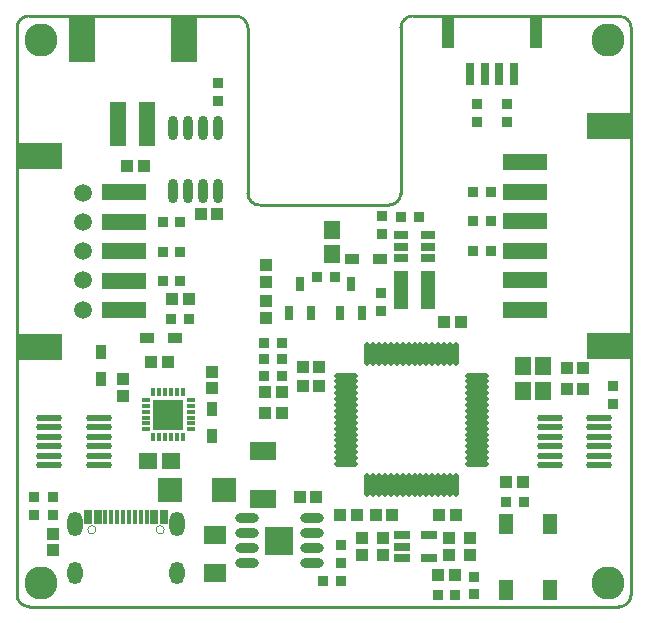
<source format=gbs>
G04*
G04 #@! TF.GenerationSoftware,Altium Limited,Altium Designer,22.0.2 (36)*
G04*
G04 Layer_Color=16711935*
%FSLAX24Y24*%
%MOIN*%
G70*
G04*
G04 #@! TF.SameCoordinates,D7CE2511-F244-4390-A2D0-A891EFF9428C*
G04*
G04*
G04 #@! TF.FilePolarity,Negative*
G04*
G01*
G75*
%ADD10C,0.0100*%
%ADD15C,0.0002*%
%ADD23R,0.0434X0.0395*%
%ADD24O,0.0328X0.0814*%
%ADD25R,0.0358X0.0380*%
%ADD27R,0.0380X0.0358*%
%ADD31R,0.0720X0.0625*%
%ADD33O,0.0512X0.0748*%
%ADD34O,0.0512X0.0827*%
%ADD35C,0.0592*%
%ADD36C,0.1104*%
%ADD87O,0.0789X0.0198*%
%ADD88O,0.0198X0.0789*%
%ADD89R,0.0276X0.0472*%
%ADD90R,0.0157X0.0472*%
%ADD91R,0.0395X0.0434*%
%ADD92R,0.1458X0.0552*%
%ADD93R,0.1458X0.0867*%
%ADD94R,0.0867X0.1458*%
%ADD95R,0.0552X0.1458*%
%ADD96R,0.0915X0.0631*%
%ADD97O,0.0789X0.0316*%
%ADD98R,0.0982X0.0982*%
%ADD99R,0.0552X0.0592*%
%ADD100R,0.0595X0.0572*%
%ADD101R,0.1043X0.1043*%
%ADD102R,0.0301X0.0150*%
%ADD103R,0.0150X0.0301*%
%ADD104R,0.0375X0.0474*%
%ADD105R,0.0276X0.0461*%
%ADD106R,0.0474X0.1261*%
%ADD107R,0.0474X0.0375*%
%ADD108R,0.0572X0.0595*%
%ADD109R,0.0470X0.0289*%
%ADD110R,0.0536X0.0273*%
%ADD111R,0.0543X0.0273*%
%ADD112R,0.0827X0.0827*%
%ADD113O,0.0867X0.0218*%
%ADD114R,0.0474X0.0710*%
%ADD115R,0.0315X0.0748*%
%ADD116R,0.0433X0.1102*%
D10*
X387Y19685D02*
G03*
X-6Y19291I0J-394D01*
G01*
Y394D02*
G03*
X387Y0I394J0D01*
G01*
X20072D02*
G03*
X20466Y394I0J394D01*
G01*
Y19291D02*
G03*
X20072Y19685I-394J0D01*
G01*
X7687Y13780D02*
G03*
X8081Y13386I394J0D01*
G01*
X12395D02*
G03*
X12789Y13780I0J394D01*
G01*
X13183Y19685D02*
G03*
X12789Y19291I0J-394D01*
G01*
X7687D02*
G03*
X7294Y19685I-394J0D01*
G01*
X-6Y394D02*
Y19291D01*
X20466Y394D02*
Y19291D01*
X387Y19685D02*
X7294Y19685D01*
X387Y0D02*
X20072D01*
X13183Y19685D02*
X20072D01*
X8082Y13386D02*
X12395D01*
X12789Y13770D02*
Y19306D01*
X7687Y13782D02*
Y19291D01*
D15*
X2629Y2564D02*
G03*
X2629Y2564I-138J0D01*
G01*
X4904D02*
G03*
X4904Y2564I-138J0D01*
G01*
D23*
X14387Y2276D02*
D03*
Y1724D02*
D03*
X1200Y2426D02*
D03*
Y1874D02*
D03*
X3537Y7576D02*
D03*
Y7024D02*
D03*
X8287Y9624D02*
D03*
Y10176D02*
D03*
Y11376D02*
D03*
Y10824D02*
D03*
X15087Y2276D02*
D03*
Y1724D02*
D03*
X12187D02*
D03*
Y2276D02*
D03*
X11487Y1724D02*
D03*
Y2276D02*
D03*
X6487Y7274D02*
D03*
Y7826D02*
D03*
D24*
X5200Y15956D02*
D03*
X5700D02*
D03*
X6200D02*
D03*
X6700D02*
D03*
X5200Y13844D02*
D03*
X5700D02*
D03*
X6200D02*
D03*
X6700D02*
D03*
D25*
X15203Y12842D02*
D03*
X15797D02*
D03*
X15203Y13826D02*
D03*
X15797D02*
D03*
X15203Y11858D02*
D03*
X15797D02*
D03*
X8241Y7700D02*
D03*
X8834D02*
D03*
Y8250D02*
D03*
X8241D02*
D03*
X8834Y8800D02*
D03*
X8241D02*
D03*
X13397Y13000D02*
D03*
X12803D02*
D03*
X16897Y3500D02*
D03*
X16303D02*
D03*
X14606Y403D02*
D03*
X14013D02*
D03*
X10191Y850D02*
D03*
X10784D02*
D03*
X4847Y12822D02*
D03*
X5440D02*
D03*
X4847Y11837D02*
D03*
X5440D02*
D03*
X4847Y10850D02*
D03*
X5440D02*
D03*
X5141Y9600D02*
D03*
X5734D02*
D03*
X10584Y11000D02*
D03*
X9991D02*
D03*
D27*
X550Y3053D02*
D03*
Y3647D02*
D03*
X12131Y10447D02*
D03*
Y9853D02*
D03*
X12150Y13011D02*
D03*
Y12418D02*
D03*
X15328Y16747D02*
D03*
Y16153D02*
D03*
X16322Y16747D02*
D03*
Y16153D02*
D03*
X19850Y7347D02*
D03*
Y6753D02*
D03*
X15237Y1000D02*
D03*
Y407D02*
D03*
X10787Y1453D02*
D03*
Y2047D02*
D03*
X6700Y17447D02*
D03*
Y16853D02*
D03*
X1200Y3647D02*
D03*
Y3053D02*
D03*
D31*
X6587Y2377D02*
D03*
Y1123D02*
D03*
D33*
X1926Y1115D02*
D03*
X5331D02*
D03*
D34*
X1926Y2769D02*
D03*
X5331D02*
D03*
D35*
X2200Y10875D02*
D03*
Y11850D02*
D03*
Y12825D02*
D03*
Y13800D02*
D03*
Y9900D02*
D03*
D36*
X19685Y787D02*
D03*
X787D02*
D03*
X19685Y18898D02*
D03*
X787D02*
D03*
D87*
X15332Y7705D02*
D03*
X15332Y7508D02*
D03*
Y7311D02*
D03*
Y7114D02*
D03*
Y6917D02*
D03*
Y6720D02*
D03*
Y6524D02*
D03*
Y6327D02*
D03*
Y6130D02*
D03*
Y5933D02*
D03*
Y5736D02*
D03*
X15332Y5539D02*
D03*
Y5343D02*
D03*
X15332Y5146D02*
D03*
Y4949D02*
D03*
Y4752D02*
D03*
X10962D02*
D03*
Y4949D02*
D03*
Y5146D02*
D03*
Y5343D02*
D03*
Y5539D02*
D03*
X10962Y5736D02*
D03*
Y5933D02*
D03*
Y6130D02*
D03*
X10962Y6327D02*
D03*
Y6524D02*
D03*
Y6720D02*
D03*
Y6917D02*
D03*
Y7114D02*
D03*
X10962Y7311D02*
D03*
Y7508D02*
D03*
X10962Y7705D02*
D03*
D88*
X14624Y4043D02*
D03*
X14427D02*
D03*
X14230D02*
D03*
X14033Y4043D02*
D03*
X13836D02*
D03*
X13639Y4043D02*
D03*
X13443D02*
D03*
X13246D02*
D03*
X13049D02*
D03*
X12852D02*
D03*
X12655D02*
D03*
X12458D02*
D03*
X12261D02*
D03*
X12065D02*
D03*
X11868D02*
D03*
X11671D02*
D03*
X11671Y8413D02*
D03*
X11868Y8413D02*
D03*
X12065D02*
D03*
X12261Y8413D02*
D03*
X12458D02*
D03*
X12655D02*
D03*
X12852D02*
D03*
X13049D02*
D03*
X13246Y8413D02*
D03*
X13443D02*
D03*
X13639Y8413D02*
D03*
X13836D02*
D03*
X14033D02*
D03*
X14230D02*
D03*
X14427D02*
D03*
X14624D02*
D03*
D89*
X2369Y2985D02*
D03*
X2684D02*
D03*
X4574D02*
D03*
X4889D02*
D03*
D90*
X2940D02*
D03*
X3137D02*
D03*
X3333D02*
D03*
X3530D02*
D03*
X3727D02*
D03*
X3924D02*
D03*
X4121D02*
D03*
X4318D02*
D03*
D91*
X4474Y8150D02*
D03*
X5026D02*
D03*
X4226Y14700D02*
D03*
X3674D02*
D03*
X9412Y3650D02*
D03*
X9963D02*
D03*
X18324Y7950D02*
D03*
X18876D02*
D03*
X6676Y13100D02*
D03*
X6124D02*
D03*
X9512Y8000D02*
D03*
X10063D02*
D03*
X9512Y7350D02*
D03*
X10063D02*
D03*
X8262Y6450D02*
D03*
X8813D02*
D03*
X8262Y7150D02*
D03*
X8813D02*
D03*
X14242Y9479D02*
D03*
X14793D02*
D03*
X18876Y7250D02*
D03*
X18324D02*
D03*
X16854Y4150D02*
D03*
X16302D02*
D03*
X14613Y3050D02*
D03*
X14062D02*
D03*
X14037Y1053D02*
D03*
X14588D02*
D03*
X10762Y3048D02*
D03*
X11313D02*
D03*
X12507Y3050D02*
D03*
X11956D02*
D03*
X5713Y10250D02*
D03*
X5162D02*
D03*
D92*
X16920Y9889D02*
D03*
Y10874D02*
D03*
Y11858D02*
D03*
Y12842D02*
D03*
Y13826D02*
D03*
Y14811D02*
D03*
X3555Y13819D02*
D03*
Y12834D02*
D03*
Y11850D02*
D03*
Y10866D02*
D03*
Y9882D02*
D03*
D93*
X19728Y8678D02*
D03*
Y16022D02*
D03*
X747Y15030D02*
D03*
Y8670D02*
D03*
D94*
X5554Y18896D02*
D03*
X2146D02*
D03*
D95*
X4342Y16089D02*
D03*
X3358D02*
D03*
D96*
X8200Y3602D02*
D03*
Y5198D02*
D03*
D97*
X9829Y2950D02*
D03*
Y2450D02*
D03*
Y1950D02*
D03*
Y1450D02*
D03*
X7646Y2950D02*
D03*
Y2450D02*
D03*
Y1950D02*
D03*
Y1450D02*
D03*
D98*
X8737Y2200D02*
D03*
D99*
X16865Y8013D02*
D03*
Y7187D02*
D03*
X17535D02*
D03*
Y8013D02*
D03*
D100*
X5144Y4850D02*
D03*
X4356D02*
D03*
D101*
X5030Y6401D02*
D03*
D102*
X5781Y5909D02*
D03*
Y6106D02*
D03*
Y6303D02*
D03*
Y6499D02*
D03*
Y6696D02*
D03*
Y6893D02*
D03*
X4279D02*
D03*
Y6696D02*
D03*
Y6499D02*
D03*
Y6303D02*
D03*
Y6106D02*
D03*
Y5909D02*
D03*
D103*
X5522Y7152D02*
D03*
X5325D02*
D03*
X5128D02*
D03*
X4931D02*
D03*
X4734D02*
D03*
X4537D02*
D03*
Y5650D02*
D03*
X4734D02*
D03*
X4931D02*
D03*
X5128D02*
D03*
X5325D02*
D03*
X5522D02*
D03*
D104*
X2800Y7576D02*
D03*
Y8499D02*
D03*
X6487Y6601D02*
D03*
Y5678D02*
D03*
D105*
X9811Y9783D02*
D03*
X9063D02*
D03*
X9437Y10755D02*
D03*
X11137D02*
D03*
X10763Y9783D02*
D03*
X11511D02*
D03*
D106*
X12785Y10550D02*
D03*
X13690D02*
D03*
D107*
X11169Y11600D02*
D03*
X12093D02*
D03*
X5249Y8944D02*
D03*
X4326D02*
D03*
D108*
X10481Y12544D02*
D03*
Y11756D02*
D03*
D109*
X12799Y11626D02*
D03*
Y12000D02*
D03*
Y12374D02*
D03*
X13701D02*
D03*
Y12000D02*
D03*
Y11626D02*
D03*
D110*
X12833Y1626D02*
D03*
Y2000D02*
D03*
Y2374D02*
D03*
D111*
X13742D02*
D03*
Y1626D02*
D03*
D112*
X5100Y3900D02*
D03*
X6911D02*
D03*
D113*
X2714Y6287D02*
D03*
Y5972D02*
D03*
Y5657D02*
D03*
Y5343D02*
D03*
Y5028D02*
D03*
Y4713D02*
D03*
X1061Y6287D02*
D03*
Y5972D02*
D03*
Y5657D02*
D03*
Y5343D02*
D03*
Y5028D02*
D03*
Y4713D02*
D03*
X19409Y6287D02*
D03*
Y5972D02*
D03*
Y5657D02*
D03*
Y5343D02*
D03*
Y5028D02*
D03*
Y4713D02*
D03*
X17756Y6287D02*
D03*
Y5972D02*
D03*
Y5657D02*
D03*
Y5343D02*
D03*
Y5028D02*
D03*
Y4713D02*
D03*
D114*
X17766Y548D02*
D03*
Y2752D02*
D03*
X16309Y548D02*
D03*
Y2752D02*
D03*
D115*
X15087Y17761D02*
D03*
X15579D02*
D03*
X16071D02*
D03*
X16563D02*
D03*
D116*
X14366Y19139D02*
D03*
X17283Y19139D02*
D03*
M02*

</source>
